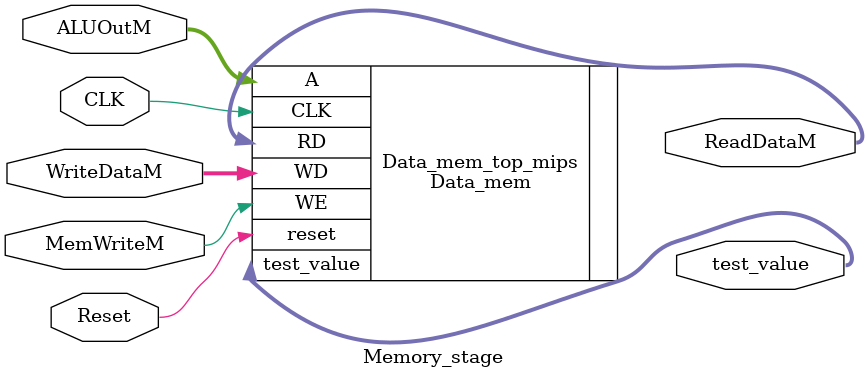
<source format=v>
module Memory_stage (
    // input & output ports
    input   wire              CLK,
    input   wire              Reset,
    input   wire              MemWriteM,
    input   wire     [31:0]   WriteDataM,
    input   wire     [31:0]   ALUOutM,
    output  wire     [31:0]   ReadDataM,
    output  wire     [31:0]   test_value
);

Data_mem Data_mem_top_mips(
        .CLK(CLK), 
        .reset(Reset), 
        .WE(MemWriteM),
        .A(ALUOutM),
        .WD(WriteDataM),
        .RD(ReadDataM),
        .test_value(test_value)
    );
    
endmodule
</source>
